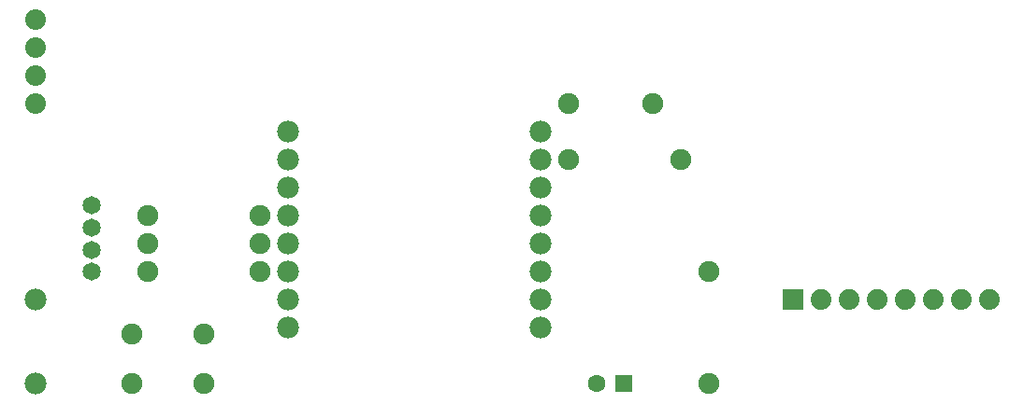
<source format=gtl>
G04 MADE WITH FRITZING*
G04 WWW.FRITZING.ORG*
G04 DOUBLE SIDED*
G04 HOLES PLATED*
G04 CONTOUR ON CENTER OF CONTOUR VECTOR*
%ASAXBY*%
%FSLAX23Y23*%
%MOIN*%
%OFA0B0*%
%SFA1.0B1.0*%
%ADD10C,0.077778*%
%ADD11C,0.073889*%
%ADD12C,0.065000*%
%ADD13C,0.075000*%
%ADD14C,0.078000*%
%ADD15C,0.074000*%
%ADD16C,0.062992*%
%ADD17R,0.074000X0.074000*%
%ADD18R,0.062992X0.062992*%
%LNCOPPER1*%
G90*
G70*
G54D10*
X1413Y1080D03*
X1413Y980D03*
X1413Y880D03*
X1413Y780D03*
X1413Y680D03*
X1413Y580D03*
X1413Y480D03*
X1413Y380D03*
X2313Y380D03*
X2313Y480D03*
X2313Y580D03*
X2313Y680D03*
X2313Y780D03*
X2313Y880D03*
X2313Y980D03*
X2313Y1080D03*
G54D11*
X513Y1180D03*
X513Y1280D03*
X513Y1380D03*
X513Y1480D03*
G54D12*
X713Y580D03*
X713Y658D03*
X713Y737D03*
X713Y816D03*
G54D13*
X2413Y1180D03*
X2713Y1180D03*
X1113Y180D03*
X858Y180D03*
X1113Y357D03*
X858Y357D03*
G54D14*
X513Y480D03*
G54D13*
X913Y580D03*
X1313Y580D03*
X913Y680D03*
X1313Y680D03*
X913Y780D03*
X1313Y780D03*
X2413Y980D03*
X2813Y980D03*
G54D14*
X513Y180D03*
G54D15*
X3213Y480D03*
X3313Y480D03*
X3413Y480D03*
X3513Y480D03*
X3613Y480D03*
X3713Y480D03*
X3813Y480D03*
X3913Y480D03*
G54D16*
X2612Y180D03*
X2513Y180D03*
G54D13*
X2913Y580D03*
X2913Y180D03*
G54D17*
X3213Y480D03*
G54D18*
X2612Y180D03*
G04 End of Copper1*
M02*
</source>
